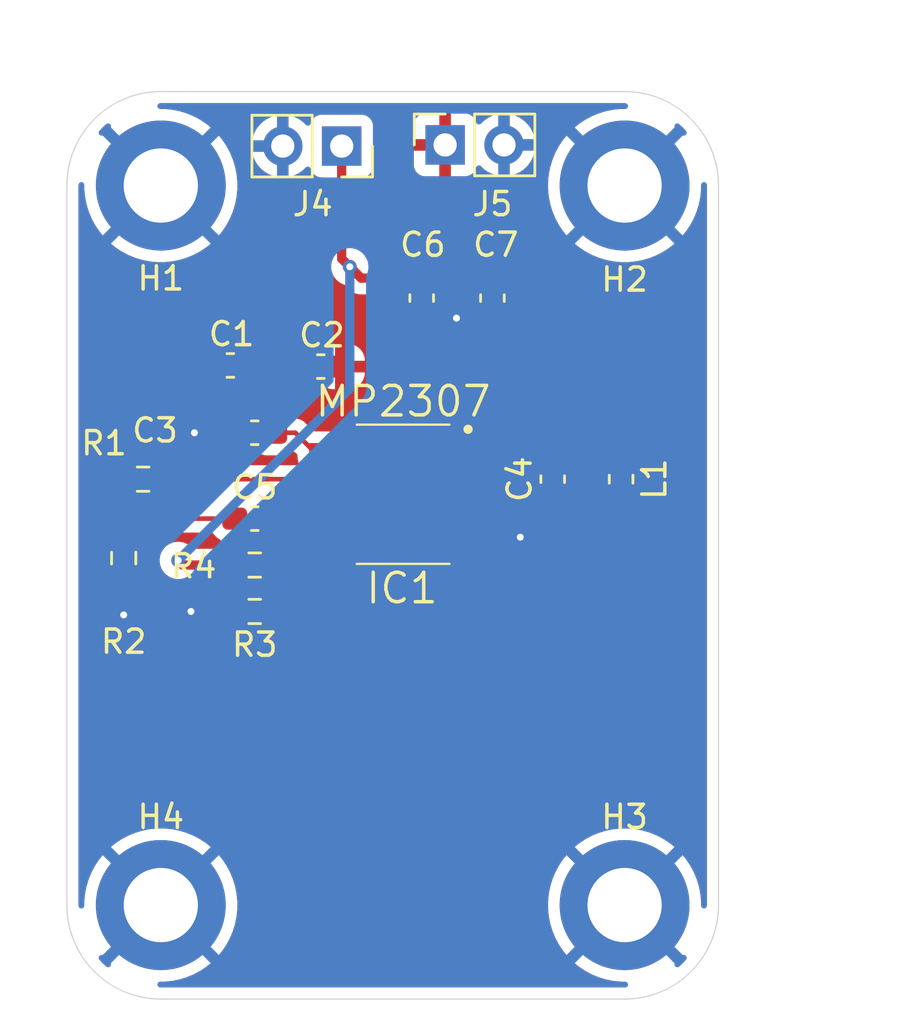
<source format=kicad_pcb>
(kicad_pcb (version 20241229) (generator "pcbnew") (generator_version "9.0")
  (layers (0 "F.Cu" signal) (2 "B.Cu" signal) (13 "F.Paste" user) (15 "B.Paste" user) (5 "F.SilkS" user "F.Silkscreen") (7 "B.SilkS" user "B.Silkscreen") (1 "F.Mask" user) (3 "B.Mask" user) (25 "Edge.Cuts" user))
  (net 0 "")
  (net 1 "GND")
  (net 2 "3,3V")
  (net 3 "Bat")
  (net 4 "Net-(IC1-SS)")
  (net 5 "Net-(IC1-BS)")
  (net 6 "Net-(IC1-SW)")
  (net 7 "Net-(C5-Pad2)")
  (net 8 "Net-(IC1-COMP)")
  (net 9 "/EN")
  (net 10 "Net-(IC1-FB)")
  (footprint "Connector_PinSocket_2.54mm:PinSocket_1x02_P2.54mm_Vertical" (layer "F.Cu") (at 89.3 28.3 -90)
    (property "Reference" "J4" (at 2.5 1.25 180) (layer "F.SilkS"))
    (property "Value" "Conn_01x02_Pin")
    (fp_line (start -1.33 3.87) (end 1.33 3.87) (stroke (width 0.12)) (layer "F.SilkS"))
    (fp_line (start -1.33 1.27) (end -1.33 3.87) (stroke (width 0.12)) (layer "F.SilkS"))
    (fp_line (start -1.33 1.27) (end 1.33 1.27) (stroke (width 0.12)) (layer "F.SilkS"))
    (fp_line (start 1.33 1.27) (end 1.33 3.87) (stroke (width 0.12)) (layer "F.SilkS"))
    (fp_line (start 0 -1.33) (end 1.33 -1.33) (stroke (width 0.12)) (layer "F.SilkS"))
    (fp_line (start 1.33 -1.33) (end 1.33 0) (stroke (width 0.12)) (layer "F.SilkS"))
    (pad "1" thru_hole rect (at 0 0 270) (size 1.7 1.7) (drill 1) (layers "*.Cu" "*.Mask") (net 2 "3,3V"))
    (pad "2" thru_hole oval (at 0 2.54 270) (size 1.7 1.7) (drill 1) (layers "*.Cu" "*.Mask") (net 1 "GND"))
  )
  (footprint "MountingHole:MountingHole_3.2mm_M3_DIN965_Pad" (layer "F.Cu") (at 101.5 30)
    (property "Reference" "H2" (at 0 4.05 0) (layer "F.SilkS"))
    (property "Value" "MountingHole_Pad")
    (pad "1" thru_hole circle (at 0 0) (size 5.6 5.6) (drill 3.2) (layers "*.Cu" "*.Mask") (net 1 "GND"))
  )
  (footprint "Connector_PinSocket_2.54mm:PinSocket_1x02_P2.54mm_Vertical" (layer "F.Cu") (at 93.76 28.25 90)
    (property "Reference" "J5" (at -2.55 2.04 180) (layer "F.SilkS"))
    (property "Value" "Conn_01x02_Pin")
    (fp_line (start 1.33 -1.33) (end 1.33 0) (stroke (width 0.12)) (layer "F.SilkS"))
    (fp_line (start 0 -1.33) (end 1.33 -1.33) (stroke (width 0.12)) (layer "F.SilkS"))
    (fp_line (start 1.33 1.27) (end 1.33 3.87) (stroke (width 0.12)) (layer "F.SilkS"))
    (fp_line (start -1.33 1.27) (end 1.33 1.27) (stroke (width 0.12)) (layer "F.SilkS"))
    (fp_line (start -1.33 1.27) (end -1.33 3.87) (stroke (width 0.12)) (layer "F.SilkS"))
    (fp_line (start -1.33 3.87) (end 1.33 3.87) (stroke (width 0.12)) (layer "F.SilkS"))
    (pad "1" thru_hole rect (at 0 0 90) (size 1.7 1.7) (drill 1) (layers "*.Cu" "*.Mask") (net 3 "Bat"))
    (pad "2" thru_hole oval (at 0 2.54 90) (size 1.7 1.7) (drill 1) (layers "*.Cu" "*.Mask") (net 1 "GND"))
  )
  (footprint "Library:MP2307DN" (layer "F.Cu") (at 91.95 43.3 180)
    (property "Reference" "IC1" (at 0.05 -4.05 0) (layer "F.SilkS") (effects (font (size 1.27 1.27))))
    (property "Value" "MP2307" (at 0 4 0) (layer "F.SilkS") (effects (font (size 1.27 1.27))))
    (fp_line (start -2 3) (end 2 3) (stroke (width 0.1)) (layer "F.SilkS"))
    (fp_line (start -2 -3) (end 2 -3) (stroke (width 0.1)) (layer "F.SilkS"))
    (fp_circle (center -2.8 2.8) (end -2.600001 2.8) (fill yes) (layer "F.SilkS"))
    (pad "1" smd rect (at -3.3 1.905 180) (size 1.5 0.6) (layers "F.Cu" "F.Mask" "F.Paste") (net 5 "Net-(IC1-BS)"))
    (pad "2" smd rect (at -3.3 0.635 180) (size 1.5 0.6) (layers "F.Cu" "F.Mask" "F.Paste") (net 3 "Bat"))
    (pad "3" smd rect (at -3.3 -0.635 180) (size 1.5 0.6) (layers "F.Cu" "F.Mask" "F.Paste") (net 6 "Net-(IC1-SW)"))
    (pad "4" smd rect (at -3.3 -1.905 180) (size 1.5 0.6) (layers "F.Cu" "F.Mask" "F.Paste") (net 1 "GND"))
    (pad "5" smd rect (at 3.3 -1.905 180) (size 1.5 0.6) (layers "F.Cu" "F.Mask" "F.Paste") (net 10 "Net-(IC1-FB)"))
    (pad "6" smd rect (at 3.3 -0.635 180) (size 1.5 0.6) (layers "F.Cu" "F.Mask" "F.Paste") (net 8 "Net-(IC1-COMP)"))
    (pad "7" smd rect (at 3.3 0.635 180) (size 1.5 0.6) (layers "F.Cu" "F.Mask" "F.Paste") (net 9 "/EN"))
    (pad "8" smd rect (at 3.3 1.905 180) (size 1.5 0.6) (layers "F.Cu" "F.Mask" "F.Paste") (net 4 "Net-(IC1-SS)"))
    (pad "9" smd rect (at 0 0 180) (size 2.6 3.5) (layers "F.Cu" "F.Mask") (net 1 "GND"))
  )
  (footprint "Capacitor_SMD:C_0603_1608Metric_Pad1.08x0.95mm_HandSolder" (layer "F.Cu") (at 85.55 44.35 180)
    (property "Reference" "C5" (at 0 1.35 0) (layer "F.SilkS"))
    (property "Value" "3.9nF")
    (fp_line (start -0.146267 0.51) (end 0.146267 0.51) (stroke (width 0.12)) (layer "F.SilkS"))
    (fp_line (start -0.146267 -0.51) (end 0.146267 -0.51) (stroke (width 0.12)) (layer "F.SilkS"))
    (pad "1" smd roundrect (at -0.862501 0 180) (size 1.075 0.95) (layers "F.Cu" "F.Mask" "F.Paste") (net 8 "Net-(IC1-COMP)"))
    (pad "2" smd roundrect (at 0.862501 0 180) (size 1.075 0.95) (layers "F.Cu" "F.Mask" "F.Paste") (net 7 "Net-(C5-Pad2)"))
  )
  (footprint "Resistor_SMD:R_0603_1608Metric_Pad0.98x0.95mm_HandSolder" (layer "F.Cu") (at 79.9 46.05 -90)
    (property "Reference" "R2" (at 3.6 0 180) (layer "F.SilkS"))
    (property "Value" "6.8kΩ")
    (fp_line (start -0.254724 0.5225) (end 0.254724 0.5225) (stroke (width 0.12)) (layer "F.SilkS"))
    (fp_line (start -0.254724 -0.5225) (end 0.254724 -0.5225) (stroke (width 0.12)) (layer "F.SilkS"))
    (pad "1" smd roundrect (at -0.9125 0 270) (size 0.975 0.95) (layers "F.Cu" "F.Mask" "F.Paste") (net 7 "Net-(C5-Pad2)"))
    (pad "2" smd roundrect (at 0.9125 0 270) (size 0.975 0.95) (layers "F.Cu" "F.Mask" "F.Paste") (net 1 "GND"))
  )
  (footprint "Capacitor_SMD:C_0603_1608Metric_Pad1.08x0.95mm_HandSolder" (layer "F.Cu") (at 85.55 40.65 180)
    (property "Reference" "C3" (at 4.3 0.1 0) (layer "F.SilkS"))
    (property "Value" "0.1uF")
    (fp_line (start -0.146267 0.51) (end 0.146267 0.51) (stroke (width 0.12)) (layer "F.SilkS"))
    (fp_line (start -0.146267 -0.51) (end 0.146267 -0.51) (stroke (width 0.12)) (layer "F.SilkS"))
    (pad "1" smd roundrect (at -0.862501 0 180) (size 1.075 0.95) (layers "F.Cu" "F.Mask" "F.Paste") (net 4 "Net-(IC1-SS)"))
    (pad "2" smd roundrect (at 0.862501 0 180) (size 1.075 0.95) (layers "F.Cu" "F.Mask" "F.Paste") (net 1 "GND"))
  )
  (footprint "Resistor_SMD:R_0603_1608Metric_Pad0.98x0.95mm_HandSolder" (layer "F.Cu") (at 85.55 46.35 180)
    (property "Reference" "R4" (at 2.6375 -0.05 0) (layer "F.SilkS"))
    (property "Value" "26.1kΩ")
    (fp_line (start -0.254724 0.5225) (end 0.254724 0.5225) (stroke (width 0.12)) (layer "F.SilkS"))
    (fp_line (start -0.254724 -0.5225) (end 0.254724 -0.5225) (stroke (width 0.12)) (layer "F.SilkS"))
    (pad "1" smd roundrect (at -0.9125 0 180) (size 0.975 0.95) (layers "F.Cu" "F.Mask" "F.Paste") (net 10 "Net-(IC1-FB)"))
    (pad "2" smd roundrect (at 0.9125 0 180) (size 0.975 0.95) (layers "F.Cu" "F.Mask" "F.Paste") (net 2 "3,3V"))
  )
  (footprint "Capacitor_SMD:C_0603_1608Metric_Pad1.08x0.95mm_HandSolder" (layer "F.Cu") (at 84.5 37.75)
    (property "Reference" "C1" (at 0.05 -1.35 180) (layer "F.SilkS"))
    (property "Value" "10uF")
    (fp_line (start -0.146267 -0.51) (end 0.146267 -0.51) (stroke (width 0.12)) (layer "F.SilkS"))
    (fp_line (start -0.146267 0.51) (end 0.146267 0.51) (stroke (width 0.12)) (layer "F.SilkS"))
    (pad "1" smd roundrect (at -0.862501 0) (size 1.075 0.95) (layers "F.Cu" "F.Mask" "F.Paste") (net 3 "Bat"))
    (pad "2" smd roundrect (at 0.862501 0) (size 1.075 0.95) (layers "F.Cu" "F.Mask" "F.Paste") (net 1 "GND"))
  )
  (footprint "Capacitor_SMD:C_0603_1608Metric_Pad1.08x0.95mm_HandSolder" (layer "F.Cu") (at 98.4 42.65 90)
    (property "Reference" "C4" (at 0 -1.43 90) (layer "F.SilkS"))
    (property "Value" "10nF")
    (fp_line (start -0.146267 -0.51) (end 0.146267 -0.51) (stroke (width 0.12)) (layer "F.SilkS"))
    (fp_line (start -0.146267 0.51) (end 0.146267 0.51) (stroke (width 0.12)) (layer "F.SilkS"))
    (pad "1" smd roundrect (at -0.862501 0 90) (size 1.075 0.95) (layers "F.Cu" "F.Mask" "F.Paste") (net 6 "Net-(IC1-SW)"))
    (pad "2" smd roundrect (at 0.862501 0 90) (size 1.075 0.95) (layers "F.Cu" "F.Mask" "F.Paste") (net 5 "Net-(IC1-BS)"))
  )
  (footprint "MountingHole:MountingHole_3.2mm_M3_DIN965_Pad" (layer "F.Cu") (at 81.5 30)
    (property "Reference" "H1" (at 0 4 0) (layer "F.SilkS"))
    (property "Value" "MountingHole_Pad")
    (pad "1" thru_hole circle (at 0 0) (size 5.6 5.6) (drill 3.2) (layers "*.Cu" "*.Mask") (net 1 "GND"))
  )
  (footprint "Resistor_SMD:R_0603_1608Metric_Pad0.98x0.95mm_HandSolder" (layer "F.Cu") (at 85.55 48.35 180)
    (property "Reference" "R3" (at 0 -1.43 0) (layer "F.SilkS"))
    (property "Value" "10kΩ")
    (fp_line (start -0.254724 0.5225) (end 0.254724 0.5225) (stroke (width 0.12)) (layer "F.SilkS"))
    (fp_line (start -0.254724 -0.5225) (end 0.254724 -0.5225) (stroke (width 0.12)) (layer "F.SilkS"))
    (pad "1" smd roundrect (at -0.9125 0 180) (size 0.975 0.95) (layers "F.Cu" "F.Mask" "F.Paste") (net 10 "Net-(IC1-FB)"))
    (pad "2" smd roundrect (at 0.9125 0 180) (size 0.975 0.95) (layers "F.Cu" "F.Mask" "F.Paste") (net 1 "GND"))
  )
  (footprint "MountingHole:MountingHole_3.2mm_M3_DIN965_Pad" (layer "F.Cu") (at 81.5 61)
    (property "Reference" "H4" (at 0 -3.8 0) (layer "F.SilkS"))
    (property "Value" "MountingHole_Pad")
    (pad "1" thru_hole circle (at 0 0) (size 5.6 5.6) (drill 3.2) (layers "*.Cu" "*.Mask") (net 1 "GND"))
  )
  (footprint "Capacitor_SMD:C_0603_1608Metric_Pad1.08x0.95mm_HandSolder" (layer "F.Cu") (at 88.4 37.8 180)
    (property "Reference" "C2" (at -0.05 1.35 180) (layer "F.SilkS"))
    (property "Value" "10uf")
    (fp_line (start -0.146267 0.51) (end 0.146267 0.51) (stroke (width 0.12)) (layer "F.SilkS"))
    (fp_line (start -0.146267 -0.51) (end 0.146267 -0.51) (stroke (width 0.12)) (layer "F.SilkS"))
    (pad "1" smd roundrect (at -0.862501 0 180) (size 1.075 0.95) (layers "F.Cu" "F.Mask" "F.Paste") (net 3 "Bat"))
    (pad "2" smd roundrect (at 0.862501 0 180) (size 1.075 0.95) (layers "F.Cu" "F.Mask" "F.Paste") (net 1 "GND"))
  )
  (footprint "Resistor_SMD:R_0603_1608Metric_Pad0.98x0.95mm_HandSolder" (layer "F.Cu") (at 80.7375 42.65)
    (property "Reference" "R1" (at -1.6875 -1.55 0) (layer "F.SilkS"))
    (property "Value" "100kΩ")
    (fp_line (start -0.254724 -0.5225) (end 0.254724 -0.5225) (stroke (width 0.12)) (layer "F.SilkS"))
    (fp_line (start -0.254724 0.5225) (end 0.254724 0.5225) (stroke (width 0.12)) (layer "F.SilkS"))
    (pad "1" smd roundrect (at -0.9125 0) (size 0.975 0.95) (layers "F.Cu" "F.Mask" "F.Paste") (net 3 "Bat"))
    (pad "2" smd roundrect (at 0.9125 0) (size 0.975 0.95) (layers "F.Cu" "F.Mask" "F.Paste") (net 9 "/EN"))
  )
  (footprint "Capacitor_SMD:C_0603_1608Metric_Pad1.08x0.95mm_HandSolder" (layer "F.Cu") (at 95.8 34.85 -90)
    (property "Reference" "C7" (at -2.3 -0.15 180) (layer "F.SilkS"))
    (property "Value" "22uF")
    (fp_line (start -0.146267 0.51) (end 0.146267 0.51) (stroke (width 0.12)) (layer "F.SilkS"))
    (fp_line (start -0.146267 -0.51) (end 0.146267 -0.51) (stroke (width 0.12)) (layer "F.SilkS"))
    (pad "1" smd roundrect (at -0.862501 0 270) (size 1.075 0.95) (layers "F.Cu" "F.Mask" "F.Paste") (net 2 "3,3V"))
    (pad "2" smd roundrect (at 0.862501 0 270) (size 1.075 0.95) (layers "F.Cu" "F.Mask" "F.Paste") (net 1 "GND"))
  )
  (footprint "Inductor_SMD:L_0603_1608Metric_Pad1.05x0.95mm_HandSolder" (layer "F.Cu") (at 101.35 42.65 -90)
    (property "Reference" "L1" (at 0 -1.43 90) (layer "F.SilkS"))
    (property "Value" "10uH")
    (fp_line (start -0.171268 0.51) (end 0.171268 0.51) (stroke (width 0.12)) (layer "F.SilkS"))
    (fp_line (start -0.171268 -0.51) (end 0.171268 -0.51) (stroke (width 0.12)) (layer "F.SilkS"))
    (pad "1" smd roundrect (at -0.874999 0 270) (size 1.05 0.95) (layers "F.Cu" "F.Mask" "F.Paste") (net 2 "3,3V"))
    (pad "2" smd roundrect (at 0.874999 0 270) (size 1.05 0.95) (layers "F.Cu" "F.Mask" "F.Paste") (net 6 "Net-(IC1-SW)"))
  )
  (footprint "MountingHole:MountingHole_3.2mm_M3_DIN965_Pad" (layer "F.Cu") (at 101.5 61)
    (property "Reference" "H3" (at 0 -3.8 0) (layer "F.SilkS"))
    (property "Value" "MountingHole_Pad")
    (pad "1" thru_hole circle (at 0 0) (size 5.6 5.6) (drill 3.2) (layers "*.Cu" "*.Mask") (net 1 "GND"))
  )
  (footprint "Capacitor_SMD:C_0603_1608Metric_Pad1.08x0.95mm_HandSolder" (layer "F.Cu") (at 92.75 34.85 -90)
    (property "Reference" "C6" (at -2.3 -0.05 180) (layer "F.SilkS"))
    (property "Value" "22uF")
    (fp_line (start -0.146267 0.51) (end 0.146267 0.51) (stroke (width 0.12)) (layer "F.SilkS"))
    (fp_line (start -0.146267 -0.51) (end 0.146267 -0.51) (stroke (width 0.12)) (layer "F.SilkS"))
    (pad "1" smd roundrect (at -0.862501 0 270) (size 1.075 0.95) (layers "F.Cu" "F.Mask" "F.Paste") (net 2 "3,3V"))
    (pad "2" smd roundrect (at 0.862501 0 270) (size 1.075 0.95) (layers "F.Cu" "F.Mask" "F.Paste") (net 1 "GND"))
  )
  (gr_line (start 81.5 25.95) (end 101.5 25.95) (stroke (width 0.05)) (layer "Edge.Cuts"))
  (gr_arc (start 105.55 61) (mid 104.363782 63.863782) (end 101.5 65.05) (stroke (width 0.05)) (layer "Edge.Cuts"))
  (gr_arc (start 81.5 65.05) (mid 78.636218 63.863782) (end 77.45 61) (stroke (width 0.05)) (layer "Edge.Cuts"))
  (gr_line (start 105.55 30) (end 105.55 61) (stroke (width 0.05)) (layer "Edge.Cuts"))
  (gr_arc (start 77.45 30) (mid 78.636218 27.136218) (end 81.5 25.95) (stroke (width 0.05)) (layer "Edge.Cuts"))
  (gr_line (start 77.45 61) (end 77.45 30) (stroke (width 0.05)) (layer "Edge.Cuts"))
  (gr_line (start 101.5 65.05) (end 81.5 65.05) (stroke (width 0.05)) (layer "Edge.Cuts"))
  (gr_arc (start 101.5 25.95) (mid 104.363782 27.136218) (end 105.55 30) (stroke (width 0.05)) (layer "Edge.Cuts"))
  (segment (start 79.9 48.5) (end 79.9 46.9625) (width 0.2) (layer "F.Cu") (net 1))
  (segment (start 93.855 45.205) (end 91.95 43.3) (width 0.2) (layer "F.Cu") (net 1))
  (segment (start 87.537499 37.8) (end 85.412501 37.8) (width 0.2) (layer "F.Cu") (net 1))
  (segment (start 85.362501 37.75) (end 85.637499 37.75) (width 0.2) (layer "F.Cu") (net 1))
  (segment (start 95.8 35.712501) (end 94.25 35.712501) (width 0.2) (layer "F.Cu") (net 1))
  (segment (start 96.945 45.205) (end 97 45.15) (width 0.2) (layer "F.Cu") (net 1))
  (segment (start 84.687499 40.65) (end 84.687499 38.425002) (width 0.2) (layer "F.Cu") (net 1))
  (segment (start 94.25 35.712501) (end 92.75 35.712501) (width 0.2) (layer "F.Cu") (net 1))
  (segment (start 82.95 40.65) (end 84.687499 40.65) (width 0.2) (layer "F.Cu") (net 1))
  (segment (start 82.8 48.35) (end 84.6375 48.35) (width 0.2) (layer "F.Cu") (net 1))
  (segment (start 85.412501 37.8) (end 85.362501 37.75) (width 0.2) (layer "F.Cu") (net 1))
  (segment (start 95.25 45.205) (end 96.945 45.205) (width 0.2) (layer "F.Cu") (net 1))
  (segment (start 84.687499 38.425002) (end 85.362501 37.75) (width 0.2) (layer "F.Cu") (net 1))
  (segment (start 95.25 45.205) (end 93.855 45.205) (width 0.2) (layer "F.Cu") (net 1))
  (via (at 94.25 35.712501) (size 0.6) (drill 0.3) (layers "F.Cu" "B.Cu") (net 1))
  (via (at 82.95 40.65) (size 0.6) (drill 0.3) (layers "F.Cu" "B.Cu") (net 1))
  (via (at 97 45.15) (size 0.6) (drill 0.3) (layers "F.Cu" "B.Cu") (net 1))
  (via (at 82.8 48.35) (size 0.6) (drill 0.3) (layers "F.Cu" "B.Cu") (net 1))
  (via (at 79.9 48.5) (size 0.6) (drill 0.3) (layers "F.Cu" "B.Cu") (net 1))
  (segment (start 90.137499 33.987499) (end 92.75 33.987499) (width 0.4) (layer "F.Cu") (net 2))
  (segment (start 92.737499 34) (end 92.75 33.987499) (width 0.4) (layer "F.Cu") (net 2))
  (segment (start 101.35 38.15) (end 97.187499 33.987499) (width 0.4) (layer "F.Cu") (net 2))
  (segment (start 92.75 33.987499) (end 95.8 33.987499) (width 0.4) (layer "F.Cu") (net 2))
  (segment (start 89.65 33.5) (end 90.137499 33.987499) (width 0.4) (layer "F.Cu") (net 2))
  (segment (start 101.35 41.775001) (end 101.35 38.15) (width 0.4) (layer "F.Cu") (net 2))
  (segment (start 82.45 46.35) (end 82.25 46.15) (width 0.4) (layer "F.Cu") (net 2))
  (segment (start 89.3 28.3) (end 89.3 33.15) (width 0.4) (layer "F.Cu") (net 2))
  (segment (start 97.187499 33.987499) (end 95.8 33.987499) (width 0.4) (layer "F.Cu") (net 2))
  (segment (start 84.6375 46.35) (end 82.45 46.35) (width 0.4) (layer "F.Cu") (net 2))
  (segment (start 89.3 33.15) (end 89.65 33.5) (width 0.4) (layer "F.Cu") (net 2))
  (via (at 89.65 33.5) (size 0.6) (drill 0.3) (layers "F.Cu" "B.Cu") (net 2))
  (via (at 82.25 46.15) (size 0.6) (drill 0.3) (layers "F.Cu" "B.Cu") (net 2))
  (segment (start 89.65 38.75) (end 82.25 46.15) (width 0.4) (layer "B.Cu") (net 2))
  (segment (start 89.65 33.5) (end 89.65 38.75) (width 0.4) (layer "B.Cu") (net 2))
  (segment (start 87.3 40.65) (end 86.412501 40.65) (width 0.2) (layer "F.Cu") (net 4))
  (segment (start 88.045 41.395) (end 87.3 40.65) (width 0.2) (layer "F.Cu") (net 4))
  (segment (start 88.65 41.395) (end 88.045 41.395) (width 0.2) (layer "F.Cu") (net 4))
  (segment (start 95.25 41.395) (end 96.845 41.395) (width 0.2) (layer "F.Cu") (net 5))
  (segment (start 97.237499 41.787499) (end 98.4 41.787499) (width 0.2) (layer "F.Cu") (net 5))
  (segment (start 96.845 41.395) (end 97.237499 41.787499) (width 0.2) (layer "F.Cu") (net 5))
  (segment (start 101.337502 43.512501) (end 101.35 43.524999) (width 0.2) (layer "F.Cu") (net 6))
  (segment (start 98.4 43.512501) (end 101.337502 43.512501) (width 0.2) (layer "F.Cu") (net 6))
  (segment (start 96.515 43.935) (end 96.937499 43.512501) (width 0.2) (layer "F.Cu") (net 6))
  (segment (start 96.937499 43.512501) (end 98.4 43.512501) (width 0.2) (layer "F.Cu") (net 6))
  (segment (start 95.25 43.935) (end 96.515 43.935) (width 0.2) (layer "F.Cu") (net 6))
  (segment (start 80.6875 44.35) (end 79.9 45.1375) (width 0.2) (layer "F.Cu") (net 7))
  (segment (start 84.687499 44.35) (end 80.6875 44.35) (width 0.2) (layer "F.Cu") (net 7))
  (segment (start 88.65 43.935) (end 87.865 43.935) (width 0.2) (layer "F.Cu") (net 8))
  (segment (start 87.45 44.35) (end 86.412501 44.35) (width 0.2) (layer "F.Cu") (net 8))
  (segment (start 87.865 43.935) (end 87.45 44.35) (width 0.2) (layer "F.Cu") (net 8))
  (segment (start 88.65 42.665) (end 88.635 42.65) (width 0.2) (layer "F.Cu") (net 9))
  (segment (start 88.635 42.65) (end 81.65 42.65) (width 0.2) (layer "F.Cu") (net 9))
  (segment (start 86.85 46.35) (end 86.4625 46.35) (width 0.2) (layer "F.Cu") (net 10))
  (segment (start 86.4625 46.35) (end 86.4625 48.35) (width 0.2) (layer "F.Cu") (net 10))
  (segment (start 88.65 45.205) (end 87.995 45.205) (width 0.2) (layer "F.Cu") (net 10))
  (segment (start 87.995 45.205) (end 86.85 46.35) (width 0.2) (layer "F.Cu") (net 10))
  (zone (net 3) (net_name "Bat") (layer "F.Cu") (priority 1) (connect_pads (clearance 0.5)) (min_thickness 0.25) (fill yes (thermal_gap 0.5) (thermal_bridge_width 0.5))
    (polygon (pts (xy 76.6 24.5) (xy 107.25 24.625) (xy 106.55 66.15) (xy 76.05 65.95)))
  )
  (zone (net 1) (net_name "GND") (layer "B.Cu") (connect_pads (clearance 0.5)) (min_thickness 0.25) (fill yes (thermal_gap 0.5) (thermal_bridge_width 0.5))
    (polygon (pts (xy 76.6 24.5) (xy 107.175 24.625) (xy 106.55 66.1) (xy 76.1 65.9)))
  )
)
</source>
